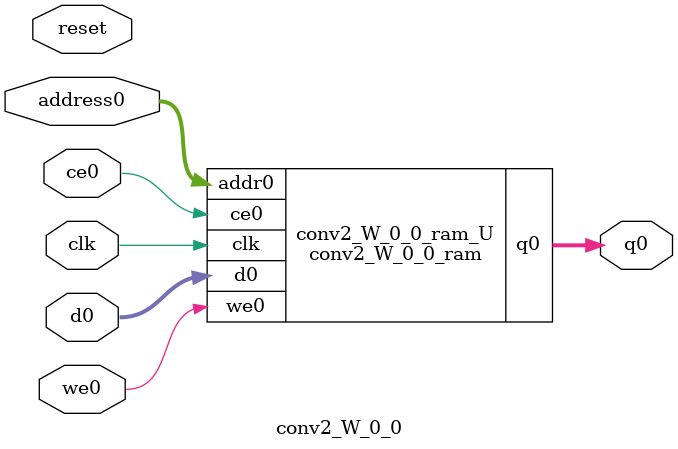
<source format=v>
`timescale 1 ns / 1 ps
module conv2_W_0_0_ram (addr0, ce0, d0, we0, q0,  clk);

parameter DWIDTH = 32;
parameter AWIDTH = 4;
parameter MEM_SIZE = 9;

input[AWIDTH-1:0] addr0;
input ce0;
input[DWIDTH-1:0] d0;
input we0;
output reg[DWIDTH-1:0] q0;
input clk;

(* ram_style = "distributed" *)reg [DWIDTH-1:0] ram[0:MEM_SIZE-1];




always @(posedge clk)  
begin 
    if (ce0) 
    begin
        if (we0) 
        begin 
            ram[addr0] <= d0; 
        end 
        q0 <= ram[addr0];
    end
end


endmodule

`timescale 1 ns / 1 ps
module conv2_W_0_0(
    reset,
    clk,
    address0,
    ce0,
    we0,
    d0,
    q0);

parameter DataWidth = 32'd32;
parameter AddressRange = 32'd9;
parameter AddressWidth = 32'd4;
input reset;
input clk;
input[AddressWidth - 1:0] address0;
input ce0;
input we0;
input[DataWidth - 1:0] d0;
output[DataWidth - 1:0] q0;



conv2_W_0_0_ram conv2_W_0_0_ram_U(
    .clk( clk ),
    .addr0( address0 ),
    .ce0( ce0 ),
    .we0( we0 ),
    .d0( d0 ),
    .q0( q0 ));

endmodule


</source>
